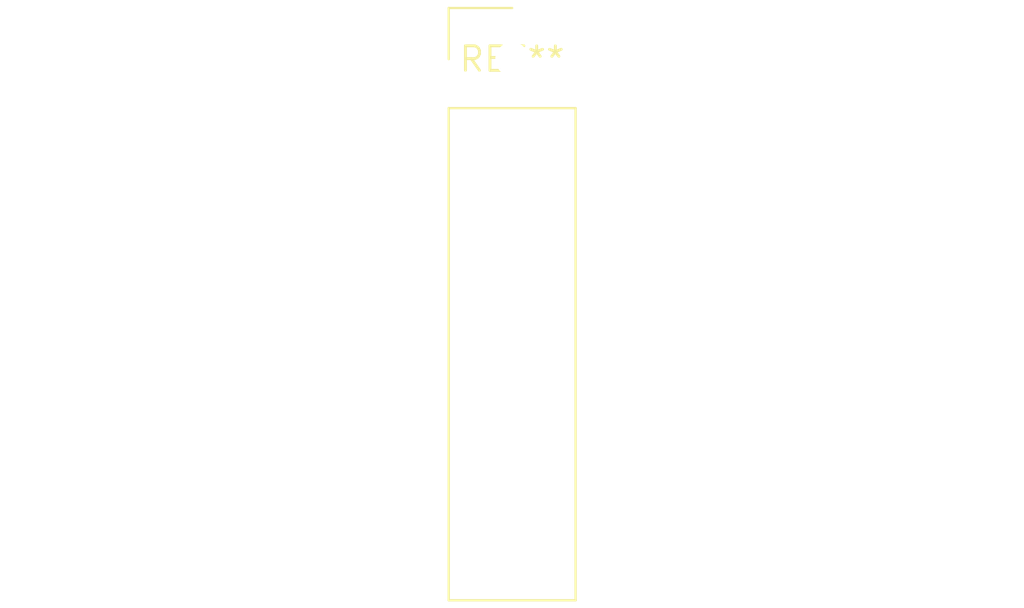
<source format=kicad_pcb>
(kicad_pcb (version 20240108) (generator pcbnew)
  (layers (0 "F.Cu" signal) (31 "B.Cu" signal) (34 "B.Paste" user) (35 "F.Paste" user) (36 "B.SilkS" user "B.Silkscreen") (37 "F.SilkS" user "F.Silkscreen") (38 "B.Mask" user) (39 "F.Mask" user) (44 "Edge.Cuts" user))
  (net 0 "")
  (footprint "Samtec_HPM-06-05-x-S_Straight_1x06_Pitch5.08mm" (layer "F.Cu") (at 0 0)
    (property "Reference" "REF**")
    (property "Value" "Samtec_HPM-06-05-x-S_Straight_1x06_Pitch5.08mm")
    (fp_line (start -3.285 -2.65) (end 0 -2.65) (layer "F.SilkS") (stroke (width 0.12)))
    (fp_line (start -3.285 0) (end -3.285 -2.65) (layer "F.SilkS") (stroke (width 0.12)))
    (fp_line (start -3.285 2.54) (end -3.285 28.05) (layer "F.SilkS") (stroke (width 0.12)))
    (fp_line (start -3.285 2.54) (end 3.285 2.54) (layer "F.SilkS") (stroke (width 0.12)))
    (fp_line (start -3.285 28.05) (end 3.285 28.05) (layer "F.SilkS") (stroke (width 0.12)))
    (fp_line (start 3.285 2.54) (end 3.285 28.05) (layer "F.SilkS") (stroke (width 0.12)))
    (pad "1" thru_hole rect (at 0 0) (size 2.8 2.8) (drill 1.75) (layers *.Cu *.Mask) (remove_unused_layers))
    (pad "2" thru_hole circle (at 0 5.08) (size 2.8 2.8) (drill 1.75) (layers *.Cu *.Mask) (remove_unused_layers))
    (pad "3" thru_hole circle (at 0 10.16) (size 2.8 2.8) (drill 1.75) (layers *.Cu *.Mask) (remove_unused_layers))
    (pad "4" thru_hole circle (at 0 15.24) (size 2.8 2.8) (drill 1.75) (layers *.Cu *.Mask) (remove_unused_layers))
    (pad "5" thru_hole circle (at 0 20.32) (size 2.8 2.8) (drill 1.75) (layers *.Cu *.Mask) (remove_unused_layers))
    (pad "6" thru_hole circle (at 0 25.4) (size 2.8 2.8) (drill 1.75) (layers *.Cu *.Mask) (remove_unused_layers))
  )
)
</source>
